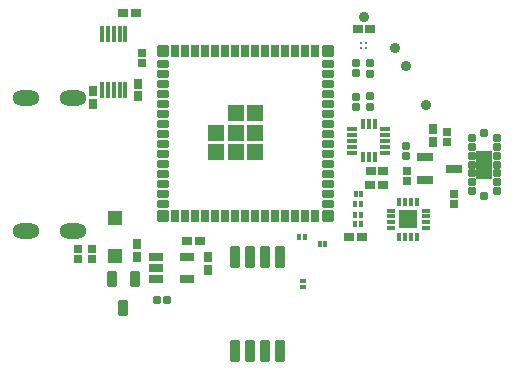
<source format=gts>
G04 Layer: TopSolderMaskLayer*
G04 Panelize: , Column: 1, Row: 1, Board Size: 43.14mm x 33.02mm, Panelized Board Size: 43.14mm x 33.02mm*
G04 EasyEDA v6.5.42, 2024-03-19 15:40:22*
G04 eeb97d59e02942aebf3b2853903f826f,9a4ed40c0dd746429eaf55b84663d2fb,10*
G04 Gerber Generator version 0.2*
G04 Scale: 100 percent, Rotated: No, Reflected: No *
G04 Dimensions in millimeters *
G04 leading zeros omitted , absolute positions ,4 integer and 5 decimal *
%FSLAX45Y45*%
%MOMM*%

%AMMACRO1*1,1,$1,$2,$3*1,1,$1,$4,$5*1,1,$1,0-$2,0-$3*1,1,$1,0-$4,0-$5*20,1,$1,$2,$3,$4,$5,0*20,1,$1,$4,$5,0-$2,0-$3,0*20,1,$1,0-$2,0-$3,0-$4,0-$5,0*20,1,$1,0-$4,0-$5,$2,$3,0*4,1,4,$2,$3,$4,$5,0-$2,0-$3,0-$4,0-$5,$2,$3,0*%
%AMMACRO2*4,1,4,-0.3016,-0.5016,-0.3016,0.5016,0.3016,0.5016,0.3016,-0.5016,-0.3016,-0.5016,0*%
%AMMACRO3*4,1,4,-0.3015,-0.5016,-0.3015,0.5016,0.3015,0.5016,0.3015,-0.5016,-0.3015,-0.5016,0*%
%ADD10MACRO1,0.2032X-0.5999X0.5999X0.5999X0.5999*%
%ADD11O,2.3015956X1.3015976000000002*%
%ADD12C,0.9000*%
%ADD13R,1.3016X1.3016*%
%ADD14R,0.6416X0.8917*%
%ADD15MACRO1,0.1016X-0.3556X0.8703X0.3556X0.8703*%
%ADD16MACRO1,0.1016X0.2828X0.27X0.2828X-0.27*%
%ADD17MACRO1,0.1016X-0.2828X0.27X-0.2828X-0.27*%
%ADD18MACRO1,0.1016X-0.35X0.625X0.35X0.625*%
%ADD19MACRO1,0.1016X0.1516X0.162X0.1516X-0.162*%
%ADD20MACRO1,0.1016X-0.1516X0.162X-0.1516X-0.162*%
%ADD21MACRO1,0.1016X-0.27X0.395X0.27X0.395*%
%ADD22MACRO1,0.1016X-0.27X-0.395X0.27X-0.395*%
%ADD23MACRO1,0.1016X-0.5525X0.3111X-0.5525X-0.3111*%
%ADD24MACRO1,0.1016X-0.5525X0.3112X-0.5525X-0.3112*%
%ADD25MACRO1,0.1016X-0.5524X0.3111X-0.5524X-0.3111*%
%ADD26R,0.6416X0.6673*%
%ADD27MACRO1,0.1016X-0.395X-0.27X-0.395X0.27*%
%ADD28MACRO1,0.1016X0.395X-0.27X0.395X0.27*%
%ADD29MACRO1,0.1X0.3X0.25X0.3X-0.25*%
%ADD30MACRO1,0.03X-0.15X0.65X0.15X0.65*%
%ADD31MACRO1,0.1016X-0.15X0.65X0.15X0.65*%
%ADD32MACRO1,0.1016X0.395X0.27X0.395X-0.27*%
%ADD33MACRO1,0.1016X-0.395X0.27X-0.395X-0.27*%
%ADD34MACRO1,0.1016X0.125X-0.3X-0.125X-0.3*%
%ADD35MACRO1,0.1016X0.3X0.125X0.3X-0.125*%
%ADD36MACRO1,0.1016X-0.125X0.3X0.125X0.3*%
%ADD37R,0.7016X0.3516*%
%ADD38R,1.6016X1.6016*%
%ADD39MACRO1,0.1016X-0.27X0.2828X0.27X0.2828*%
%ADD40MACRO1,0.1016X-0.27X-0.2828X0.27X-0.2828*%
%ADD41MACRO1,0.1016X-0.162X0.1516X0.162X0.1516*%
%ADD42MACRO1,0.1016X-0.162X-0.1516X0.162X-0.1516*%
%ADD43O,0.9015984X0.38160960000000005*%
%ADD44O,0.38160960000000005X0.9015984*%
%ADD45MACRO1,0.2032X-0.4001X0.4001X0.4001X0.4001*%
%ADD46MACRO2*%
%ADD47MACRO3*%
%ADD48MACRO1,0.2032X-0.4X0.4001X0.4X0.4001*%
%ADD49MACRO1,0.2032X-0.4X0.2X0.4X0.2*%
%ADD50MACRO1,0.2032X-0.4001X0.2X0.4001X0.2*%
%ADD51C,0.3016*%
%ADD52MACRO1,0.1X0.25X0.25X0.25X-0.25*%
%ADD53MACRO1,0.1X0.6X1.158X0.6X-1.158*%
%ADD54R,1.3516X0.8016*%
%ADD55R,0.0110X0.8016*%

%LPD*%
D10*
G01*
X52250Y1011948D03*
G01*
X52250Y846950D03*
G01*
X217248Y846950D03*
G01*
X382247Y846950D03*
G01*
X382247Y1011948D03*
G01*
X382247Y1176947D03*
G01*
X217248Y1176947D03*
G01*
X217248Y1011948D03*
D11*
G01*
X-1160447Y181907D03*
G01*
X-1560446Y181907D03*
G01*
X-1160447Y1305882D03*
G01*
X-1560446Y1305882D03*
D12*
G01*
X1562254Y1730265D03*
G01*
X1300609Y1991885D03*
G01*
X1823900Y1249697D03*
G01*
X1661695Y1582234D03*
D13*
G01*
X-801621Y289196D03*
G01*
X-801621Y-30792D03*
D14*
G01*
X-18895Y-38488D03*
G01*
X-18895Y-147505D03*
D15*
G01*
X208198Y-836927D03*
G01*
X335198Y-836927D03*
G01*
X462198Y-836927D03*
G01*
X589198Y-836927D03*
G01*
X589198Y-37868D03*
G01*
X462198Y-37868D03*
G01*
X335198Y-37868D03*
G01*
X208198Y-37868D03*
D16*
G01*
X-450381Y-401998D03*
D17*
G01*
X-363815Y-401998D03*
D18*
G01*
X-734397Y-471167D03*
G01*
X-829393Y-221231D03*
G01*
X-639401Y-221231D03*
D19*
G01*
X1230937Y239107D03*
D20*
G01*
X1279248Y239107D03*
D19*
G01*
X1230175Y318101D03*
D20*
G01*
X1278486Y318101D03*
D19*
G01*
X1229413Y411065D03*
D20*
G01*
X1277724Y411065D03*
D19*
G01*
X1232715Y497171D03*
D20*
G01*
X1281026Y497171D03*
D21*
G01*
X-992886Y1258166D03*
D22*
G01*
X-992886Y1367177D03*
D23*
G01*
X-195879Y-225783D03*
D24*
G01*
X-195879Y-35834D03*
D23*
G01*
X-455884Y-35831D03*
G01*
X-455884Y-130746D03*
D25*
G01*
X-455881Y-225778D03*
D26*
G01*
X-1117851Y30319D03*
G01*
X-1117851Y-56243D03*
D27*
G01*
X-86464Y99568D03*
D28*
G01*
X-195475Y99568D03*
D21*
G01*
X-618997Y-34947D03*
D22*
G01*
X-618997Y74063D03*
D29*
G01*
X-997965Y-52193D03*
G01*
X-997965Y27809D03*
D30*
G01*
X-916769Y1377092D03*
G01*
X-866782Y1377094D03*
G01*
X-816795Y1377094D03*
G01*
X-766782Y1377094D03*
G01*
X-716770Y1377094D03*
D31*
G01*
X-716795Y1847093D03*
G01*
X-766782Y1847093D03*
G01*
X-816770Y1847093D03*
G01*
X-866782Y1847093D03*
G01*
X-916795Y1847093D03*
D32*
G01*
X1248305Y1893945D03*
D33*
G01*
X1357317Y1893945D03*
D14*
G01*
X-606981Y1429859D03*
G01*
X-606981Y1320868D03*
D34*
G01*
X1602767Y129092D03*
G01*
X1652767Y129090D03*
G01*
X1702767Y129092D03*
G01*
X1752767Y129092D03*
D35*
G01*
X1827616Y204294D03*
G01*
X1827616Y254294D03*
G01*
X1827613Y304294D03*
G01*
X1827616Y354294D03*
D36*
G01*
X1752615Y429087D03*
G01*
X1702615Y429087D03*
G01*
X1652615Y429087D03*
G01*
X1602767Y429089D03*
D37*
G01*
X1527609Y354296D03*
G01*
X1527609Y304284D03*
G01*
X1527609Y254297D03*
G01*
X1527609Y204284D03*
D38*
G01*
X1677621Y279087D03*
D26*
G01*
X-578025Y1691200D03*
G01*
X-578025Y1604611D03*
D27*
G01*
X1467589Y689564D03*
D28*
G01*
X1358577Y689564D03*
D39*
G01*
X1235268Y1232548D03*
D40*
G01*
X1235268Y1319114D03*
D39*
G01*
X1352362Y1233818D03*
D40*
G01*
X1352362Y1320384D03*
D27*
G01*
X1465557Y572470D03*
D28*
G01*
X1356545Y572470D03*
D19*
G01*
X926241Y68099D03*
D20*
G01*
X974552Y68099D03*
D19*
G01*
X755843Y128399D03*
D20*
G01*
X804153Y128399D03*
D41*
G01*
X783297Y-289653D03*
D42*
G01*
X783297Y-241343D03*
D43*
G01*
X1481889Y844618D03*
G01*
X1481889Y894631D03*
G01*
X1481889Y944618D03*
G01*
X1481889Y994630D03*
G01*
X1481889Y1044618D03*
D44*
G01*
X1391871Y1084623D03*
G01*
X1341884Y1084623D03*
G01*
X1291871Y1084623D03*
D43*
G01*
X1201879Y1044618D03*
G01*
X1201879Y994630D03*
G01*
X1201879Y944618D03*
G01*
X1201879Y894631D03*
G01*
X1201879Y844618D03*
D44*
G01*
X1291871Y804638D03*
G01*
X1341884Y804638D03*
G01*
X1391871Y804638D03*
D45*
G01*
X-402991Y1704319D03*
D46*
G01*
X-298002Y1704306D03*
G01*
X-212989Y1704306D03*
G01*
X-128000Y1704306D03*
G01*
X-42986Y1704306D03*
G01*
X42001Y1704306D03*
D47*
G01*
X127002Y1704306D03*
D46*
G01*
X212003Y1704306D03*
G01*
X382005Y1704306D03*
D47*
G01*
X297004Y1704306D03*
G01*
X467006Y1704306D03*
D46*
G01*
X552008Y1704306D03*
G01*
X636996Y1704306D03*
G01*
X722010Y1704306D03*
G01*
X806998Y1704306D03*
G01*
X892012Y1704306D03*
D48*
G01*
X997005Y1704319D03*
D49*
G01*
X997005Y1599316D03*
G01*
X997005Y1514327D03*
G01*
X997005Y1429313D03*
G01*
X997005Y1344325D03*
G01*
X997005Y1259311D03*
G01*
X997005Y1174323D03*
G01*
X997005Y1089309D03*
G01*
X997005Y1004321D03*
G01*
X997005Y919332D03*
G01*
X997005Y834318D03*
G01*
X997005Y749330D03*
G01*
X997005Y664316D03*
G01*
X997005Y579328D03*
G01*
X997005Y494314D03*
G01*
X997005Y409326D03*
D48*
G01*
X997005Y304322D03*
D46*
G01*
X892012Y304309D03*
G01*
X806998Y304309D03*
G01*
X722010Y304309D03*
G01*
X636996Y304309D03*
G01*
X552008Y304309D03*
D47*
G01*
X467006Y304309D03*
D46*
G01*
X382005Y304309D03*
D47*
G01*
X297004Y304309D03*
D46*
G01*
X212003Y304309D03*
D47*
G01*
X127002Y304309D03*
D46*
G01*
X42001Y304309D03*
G01*
X-42986Y304309D03*
G01*
X-128000Y304309D03*
G01*
X-212989Y304309D03*
G01*
X-298002Y304309D03*
D45*
G01*
X-402991Y304322D03*
D50*
G01*
X-402991Y409326D03*
G01*
X-402991Y494314D03*
G01*
X-402991Y579328D03*
G01*
X-402991Y664316D03*
G01*
X-402991Y749330D03*
G01*
X-402991Y834318D03*
G01*
X-402991Y919332D03*
G01*
X-402991Y1004321D03*
G01*
X-402991Y1089309D03*
G01*
X-402991Y1174323D03*
G01*
X-402991Y1259311D03*
G01*
X-402991Y1344325D03*
G01*
X-402991Y1429313D03*
G01*
X-402991Y1599316D03*
G01*
X-402991Y1514327D03*
D51*
G01*
X1318262Y1771515D03*
G01*
X1318262Y1731535D03*
G01*
X1278282Y1771515D03*
G01*
X1278282Y1731535D03*
D39*
G01*
X1236553Y1514961D03*
D40*
G01*
X1236553Y1601527D03*
D39*
G01*
X1356441Y1514707D03*
D40*
G01*
X1356441Y1601273D03*
D32*
G01*
X-740224Y2030176D03*
D33*
G01*
X-631212Y2030176D03*
D52*
G01*
X2217464Y518963D03*
G01*
X2217464Y593965D03*
G01*
X2217464Y668963D03*
G01*
X2217464Y743964D03*
G01*
X2217464Y818963D03*
G01*
X2217464Y893964D03*
G01*
X2217464Y968963D03*
G01*
X2322465Y478963D03*
D53*
G01*
X2322466Y743966D03*
D52*
G01*
X2322465Y1008962D03*
G01*
X2427464Y518963D03*
G01*
X2427464Y593965D03*
G01*
X2427464Y668963D03*
G01*
X2427464Y743964D03*
G01*
X2427464Y818963D03*
G01*
X2427464Y893964D03*
G01*
X2427464Y968963D03*
D54*
G01*
X2065657Y709490D03*
G01*
X1815721Y614494D03*
G01*
X1815721Y804486D03*
D32*
G01*
X1177592Y129900D03*
D33*
G01*
X1286603Y129900D03*
D39*
G01*
X1661695Y816215D03*
D40*
G01*
X1661695Y902780D03*
D26*
G01*
X2067283Y492980D03*
G01*
X2067283Y406417D03*
G01*
X2004291Y1020081D03*
G01*
X2004291Y933518D03*
G01*
X1663804Y689475D03*
G01*
X1663804Y602912D03*
D21*
G01*
X1886097Y933691D03*
D22*
G01*
X1886097Y1042703D03*
M02*

</source>
